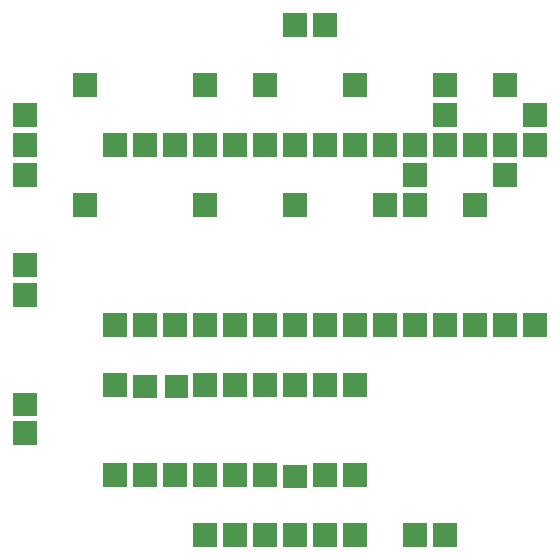
<source format=gbs>
G04 Layer: BottomSolderMaskLayer*
G04 EasyEDA v6.4.19.5, 2021-06-09T19:17:38+02:00*
G04 94c66fb5ae3c4a55bd9af1bff0602b37,3a21a940fc264e4589df007fb316c5b6,10*
G04 Gerber Generator version 0.2*
G04 Scale: 100 percent, Rotated: No, Reflected: No *
G04 Dimensions in millimeters *
G04 leading zeros omitted , absolute positions ,4 integer and 5 decimal *
%FSLAX45Y45*%
%MOMM*%

%ADD10C,0.0001*%

%LPD*%
G36*
X9932924Y3328923D02*
G01*
X9932924Y3529076D01*
X10133075Y3529076D01*
X10133075Y3328923D01*
G37*
G36*
X9678924Y3328923D02*
G01*
X9678924Y3529076D01*
X9879075Y3529076D01*
X9879075Y3328923D01*
G37*
G36*
X9170924Y3328923D02*
G01*
X9170924Y3529076D01*
X9371075Y3529076D01*
X9371075Y3328923D01*
G37*
G36*
X9424924Y3328923D02*
G01*
X9424924Y3529076D01*
X9625075Y3529076D01*
X9625075Y3328923D01*
G37*
G36*
X8916924Y3328923D02*
G01*
X8916924Y3529076D01*
X9117075Y3529076D01*
X9117075Y3328923D01*
G37*
G36*
X8662924Y3328923D02*
G01*
X8662924Y3529076D01*
X8863075Y3529076D01*
X8863075Y3328923D01*
G37*
G36*
X8408924Y3328923D02*
G01*
X8408924Y3529076D01*
X8609075Y3529076D01*
X8609075Y3328923D01*
G37*
G36*
X8154924Y3328923D02*
G01*
X8154924Y3529076D01*
X8355075Y3529076D01*
X8355075Y3328923D01*
G37*
G36*
X7900924Y3328923D02*
G01*
X7900924Y3529076D01*
X8101075Y3529076D01*
X8101075Y3328923D01*
G37*
G36*
X7646924Y3328923D02*
G01*
X7646924Y3529076D01*
X7847075Y3529076D01*
X7847075Y3328923D01*
G37*
G36*
X7392924Y3328923D02*
G01*
X7392924Y3529076D01*
X7593075Y3529076D01*
X7593075Y3328923D01*
G37*
G36*
X7138924Y3328923D02*
G01*
X7138924Y3529076D01*
X7339075Y3529076D01*
X7339075Y3328923D01*
G37*
G36*
X6884924Y3328923D02*
G01*
X6884924Y3529076D01*
X7085075Y3529076D01*
X7085075Y3328923D01*
G37*
G36*
X6630924Y3328923D02*
G01*
X6630924Y3529076D01*
X6831075Y3529076D01*
X6831075Y3328923D01*
G37*
G36*
X6376924Y3328923D02*
G01*
X6376924Y3529076D01*
X6577075Y3529076D01*
X6577075Y3328923D01*
G37*
G36*
X6376924Y1804923D02*
G01*
X6376924Y2005076D01*
X6577075Y2005076D01*
X6577075Y1804923D01*
G37*
G36*
X6630924Y1804923D02*
G01*
X6630924Y2005076D01*
X6831075Y2005076D01*
X6831075Y1804923D01*
G37*
G36*
X6884924Y1804923D02*
G01*
X6884924Y2005076D01*
X7085075Y2005076D01*
X7085075Y1804923D01*
G37*
G36*
X7138924Y1804923D02*
G01*
X7138924Y2005076D01*
X7339075Y2005076D01*
X7339075Y1804923D01*
G37*
G36*
X7392924Y1804923D02*
G01*
X7392924Y2005076D01*
X7593075Y2005076D01*
X7593075Y1804923D01*
G37*
G36*
X7646924Y1804923D02*
G01*
X7646924Y2005076D01*
X7847075Y2005076D01*
X7847075Y1804923D01*
G37*
G36*
X7900924Y1804923D02*
G01*
X7900924Y2005076D01*
X8101075Y2005076D01*
X8101075Y1804923D01*
G37*
G36*
X8154924Y1804923D02*
G01*
X8154924Y2005076D01*
X8355075Y2005076D01*
X8355075Y1804923D01*
G37*
G36*
X8408924Y1804923D02*
G01*
X8408924Y2005076D01*
X8609075Y2005076D01*
X8609075Y1804923D01*
G37*
G36*
X8662924Y1804923D02*
G01*
X8662924Y2005076D01*
X8863075Y2005076D01*
X8863075Y1804923D01*
G37*
G36*
X8916924Y1804923D02*
G01*
X8916924Y2005076D01*
X9117075Y2005076D01*
X9117075Y1804923D01*
G37*
G36*
X9170924Y1804923D02*
G01*
X9170924Y2005076D01*
X9371075Y2005076D01*
X9371075Y1804923D01*
G37*
G36*
X9424924Y1804923D02*
G01*
X9424924Y2005076D01*
X9625075Y2005076D01*
X9625075Y1804923D01*
G37*
G36*
X9678924Y1804923D02*
G01*
X9678924Y2005076D01*
X9879075Y2005076D01*
X9879075Y1804923D01*
G37*
G36*
X9932924Y1804923D02*
G01*
X9932924Y2005076D01*
X10133075Y2005076D01*
X10133075Y1804923D01*
G37*
G36*
X9932924Y3582923D02*
G01*
X9932924Y3783076D01*
X10133075Y3783076D01*
X10133075Y3582923D01*
G37*
G36*
X9170924Y3582923D02*
G01*
X9170924Y3783076D01*
X9371075Y3783076D01*
X9371075Y3582923D01*
G37*
G36*
X9170924Y3836923D02*
G01*
X9170924Y4037076D01*
X9371075Y4037076D01*
X9371075Y3836923D01*
G37*
G36*
X9678924Y3836923D02*
G01*
X9678924Y4037076D01*
X9879075Y4037076D01*
X9879075Y3836923D01*
G37*
G36*
X8154924Y4344923D02*
G01*
X8154924Y4545076D01*
X8355075Y4545076D01*
X8355075Y4344923D01*
G37*
G36*
X7900924Y4344923D02*
G01*
X7900924Y4545076D01*
X8101075Y4545076D01*
X8101075Y4344923D01*
G37*
G36*
X8408924Y3836923D02*
G01*
X8408924Y4037076D01*
X8609075Y4037076D01*
X8609075Y3836923D01*
G37*
G36*
X7646924Y3836923D02*
G01*
X7646924Y4037076D01*
X7847075Y4037076D01*
X7847075Y3836923D01*
G37*
G36*
X6122924Y3836923D02*
G01*
X6122924Y4037076D01*
X6323075Y4037076D01*
X6323075Y3836923D01*
G37*
G36*
X7138924Y3836923D02*
G01*
X7138924Y4037076D01*
X7339075Y4037076D01*
X7339075Y3836923D01*
G37*
G36*
X6122924Y2820923D02*
G01*
X6122924Y3021076D01*
X6323075Y3021076D01*
X6323075Y2820923D01*
G37*
G36*
X7138924Y2820923D02*
G01*
X7138924Y3021076D01*
X7339075Y3021076D01*
X7339075Y2820923D01*
G37*
G36*
X8916924Y2820923D02*
G01*
X8916924Y3021076D01*
X9117075Y3021076D01*
X9117075Y2820923D01*
G37*
G36*
X8916924Y3074923D02*
G01*
X8916924Y3275076D01*
X9117075Y3275076D01*
X9117075Y3074923D01*
G37*
G36*
X8662924Y2820923D02*
G01*
X8662924Y3021076D01*
X8863075Y3021076D01*
X8863075Y2820923D01*
G37*
G36*
X7900924Y2820923D02*
G01*
X7900924Y3021076D01*
X8101075Y3021076D01*
X8101075Y2820923D01*
G37*
G36*
X5614924Y3582923D02*
G01*
X5614924Y3783076D01*
X5815075Y3783076D01*
X5815075Y3582923D01*
G37*
G36*
X5614924Y3328923D02*
G01*
X5614924Y3529076D01*
X5815075Y3529076D01*
X5815075Y3328923D01*
G37*
G36*
X5614924Y3074923D02*
G01*
X5614924Y3275076D01*
X5815075Y3275076D01*
X5815075Y3074923D01*
G37*
G36*
X5614924Y2312923D02*
G01*
X5614924Y2513076D01*
X5815075Y2513076D01*
X5815075Y2312923D01*
G37*
G36*
X5614924Y2058923D02*
G01*
X5614924Y2259076D01*
X5815075Y2259076D01*
X5815075Y2058923D01*
G37*
G36*
X6376924Y1296923D02*
G01*
X6376924Y1497076D01*
X6577075Y1497076D01*
X6577075Y1296923D01*
G37*
G36*
X6630924Y1284223D02*
G01*
X6630924Y1484376D01*
X6831075Y1484376D01*
X6831075Y1284223D01*
G37*
G36*
X6897624Y1284223D02*
G01*
X6897624Y1484376D01*
X7097775Y1484376D01*
X7097775Y1284223D01*
G37*
G36*
X7138924Y1296923D02*
G01*
X7138924Y1497076D01*
X7339075Y1497076D01*
X7339075Y1296923D01*
G37*
G36*
X7392924Y1296923D02*
G01*
X7392924Y1497076D01*
X7593075Y1497076D01*
X7593075Y1296923D01*
G37*
G36*
X7646924Y1296923D02*
G01*
X7646924Y1497076D01*
X7847075Y1497076D01*
X7847075Y1296923D01*
G37*
G36*
X7900924Y1296923D02*
G01*
X7900924Y1497076D01*
X8101075Y1497076D01*
X8101075Y1296923D01*
G37*
G36*
X8154924Y1296923D02*
G01*
X8154924Y1497076D01*
X8355075Y1497076D01*
X8355075Y1296923D01*
G37*
G36*
X8408924Y1296923D02*
G01*
X8408924Y1497076D01*
X8609075Y1497076D01*
X8609075Y1296923D01*
G37*
G36*
X8408924Y534923D02*
G01*
X8408924Y735076D01*
X8609075Y735076D01*
X8609075Y534923D01*
G37*
G36*
X8154924Y534923D02*
G01*
X8154924Y735076D01*
X8355075Y735076D01*
X8355075Y534923D01*
G37*
G36*
X7900924Y522223D02*
G01*
X7900924Y722376D01*
X8101075Y722376D01*
X8101075Y522223D01*
G37*
G36*
X7646924Y534923D02*
G01*
X7646924Y735076D01*
X7847075Y735076D01*
X7847075Y534923D01*
G37*
G36*
X7392924Y534923D02*
G01*
X7392924Y735076D01*
X7593075Y735076D01*
X7593075Y534923D01*
G37*
G36*
X7138924Y534923D02*
G01*
X7138924Y735076D01*
X7339075Y735076D01*
X7339075Y534923D01*
G37*
G36*
X6884924Y534923D02*
G01*
X6884924Y735076D01*
X7085075Y735076D01*
X7085075Y534923D01*
G37*
G36*
X6630924Y534923D02*
G01*
X6630924Y735076D01*
X6831075Y735076D01*
X6831075Y534923D01*
G37*
G36*
X6376924Y534923D02*
G01*
X6376924Y735076D01*
X6577075Y735076D01*
X6577075Y534923D01*
G37*
G36*
X8408924Y26923D02*
G01*
X8408924Y227076D01*
X8609075Y227076D01*
X8609075Y26923D01*
G37*
G36*
X8154924Y26923D02*
G01*
X8154924Y227076D01*
X8355075Y227076D01*
X8355075Y26923D01*
G37*
G36*
X7900924Y26923D02*
G01*
X7900924Y227076D01*
X8101075Y227076D01*
X8101075Y26923D01*
G37*
G36*
X8916924Y26923D02*
G01*
X8916924Y227076D01*
X9117075Y227076D01*
X9117075Y26923D01*
G37*
G36*
X9170924Y26923D02*
G01*
X9170924Y227076D01*
X9371075Y227076D01*
X9371075Y26923D01*
G37*
G36*
X9678924Y3074923D02*
G01*
X9678924Y3275076D01*
X9879075Y3275076D01*
X9879075Y3074923D01*
G37*
G36*
X9424924Y2820923D02*
G01*
X9424924Y3021076D01*
X9625075Y3021076D01*
X9625075Y2820923D01*
G37*
G36*
X7646924Y26923D02*
G01*
X7646924Y227076D01*
X7847075Y227076D01*
X7847075Y26923D01*
G37*
G36*
X7392924Y26923D02*
G01*
X7392924Y227076D01*
X7593075Y227076D01*
X7593075Y26923D01*
G37*
G36*
X7138924Y26923D02*
G01*
X7138924Y227076D01*
X7339075Y227076D01*
X7339075Y26923D01*
G37*
G36*
X5614924Y890523D02*
G01*
X5614924Y1090676D01*
X5815075Y1090676D01*
X5815075Y890523D01*
G37*
G36*
X5614924Y1131823D02*
G01*
X5614924Y1331976D01*
X5815075Y1331976D01*
X5815075Y1131823D01*
G37*
M02*

</source>
